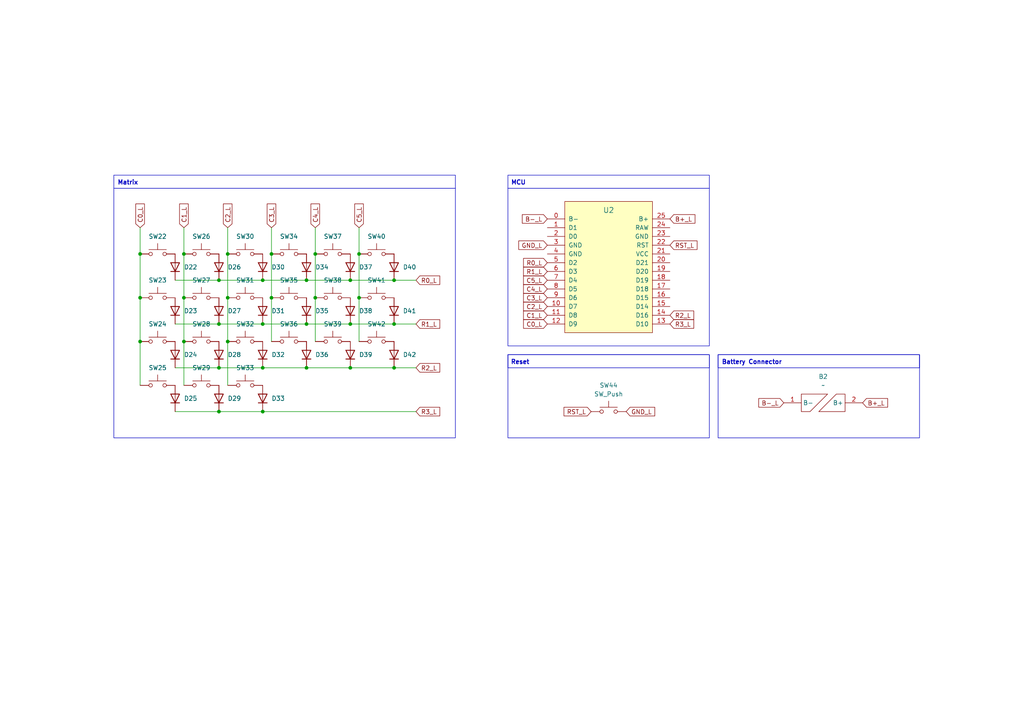
<source format=kicad_sch>
(kicad_sch (version 20250114) (generator "eeschema") (generator_version "9.0")
  (paper "A4")
  (lib_symbols
    (symbol "Switch:SW_Push" (pin_numbers (hide yes)) (pin_names (offset 1.016) (hide yes))
      (property "Reference" "SW" (at 1.27 2.54 0))
      (property "Value" "SW_Push" (at 0 -1.524 0))
      (symbol "SW_Push_0_1"
        (circle (center -2.032 0) (radius 0.508))
        (polyline (pts (xy 0 1.27) (xy 0 3.048)))
        (circle (center 2.032 0) (radius 0.508))
        (polyline (pts (xy 2.54 1.27) (xy -2.54 1.27)))
        (pin passive line (at -5.08 0 0) (length 2.54) (name "1") (number "1"))
        (pin passive line (at 5.08 0 180) (length 2.54) (name "2") (number "2"))
      )
    )
    (symbol "inpulib:BAT"
      (property "Reference" "B" (at 0 -4.064 0))
      (symbol "BAT_0_1"
        (polyline (pts (xy -1.27 -2.54) (xy 6.35 -2.54) (xy 6.35 2.54) (xy 3.81 2.54) (xy -1.27 -2.54)))
        (polyline (pts (xy 1.27 2.54) (xy -6.35 2.54) (xy -6.35 -2.54) (xy -3.81 -2.54) (xy 1.27 2.54)))
      )
      (symbol "BAT_1_1"
        (pin power_in line (at -11.43 0 0) (length 5.08) (name "B-") (number "1"))
        (pin power_out line (at 11.43 0 180) (length 5.08) (name "B+") (number "2"))
      )
    )
    (symbol "inpulib:D_1N4448W" (pin_numbers (hide yes)) (pin_names (hide yes))
      (property "Reference" "D" (at 0 2.54 0))
      (symbol "D_1N4448W_0_1"
        (polyline (pts (xy -1.27 1.27) (xy -1.27 -1.27)) (stroke (width 0.254)))
        (polyline (pts (xy 1.27 1.27) (xy 1.27 -1.27) (xy -1.27 0) (xy 1.27 1.27)) (stroke (width 0.254)))
        (polyline (pts (xy 1.27 0) (xy -1.27 0)))
      )
      (symbol "D_1N4448W_1_1"
        (pin passive line (at -3.81 0 0) (length 2.54) (name "K") (number "1"))
        (pin passive line (at 3.81 0 180) (length 2.54) (name "A") (number "2"))
      )
    )
    (symbol "inpulib:SW_Push" (pin_numbers (hide yes)) (pin_names (offset 1.016) (hide yes))
      (property "Reference" "SW" (at 1.27 2.54 0))
      (symbol "SW_Push_0_1"
        (circle (center -2.032 0) (radius 0.508))
        (polyline (pts (xy 0 1.27) (xy 0 3.048)))
        (circle (center 2.032 0) (radius 0.508))
        (polyline (pts (xy 2.54 1.27) (xy -2.54 1.27)))
        (pin passive line (at -5.08 0 0) (length 2.54) (name "1") (number "1"))
        (pin passive line (at 5.08 0 180) (length 2.54) (name "2") (number "2"))
      )
    )
    (symbol "inpulib:U_ProMicro_nRF52840" (pin_names (offset 1.016))
      (property "Reference" "U" (at 0 19.304 0))
      (symbol "U_ProMicro_nRF52840_1_1"
        (rectangle (start -12.7 21.59) (end 12.7 -16.51) (fill (type background)))
        (pin power_in line (at -17.78 16.51 0) (length 5.08) (name "B-") (number "0"))
        (pin bidirectional line (at -17.78 13.97 0) (length 5.08) (name "D1") (number "1"))
        (pin bidirectional line (at -17.78 11.43 0) (length 5.08) (name "D0") (number "2"))
        (pin power_in line (at -17.78 8.89 0) (length 5.08) (name "GND") (number "3"))
        (pin power_in line (at -17.78 6.35 0) (length 5.08) (name "GND") (number "4"))
        (pin bidirectional line (at -17.78 3.81 0) (length 5.08) (name "D2") (number "5"))
        (pin bidirectional line (at -17.78 1.27 0) (length 5.08) (name "D3") (number "6"))
        (pin bidirectional line (at -17.78 -1.27 0) (length 5.08) (name "D4") (number "7"))
        (pin bidirectional line (at -17.78 -3.81 0) (length 5.08) (name "D5") (number "8"))
        (pin bidirectional line (at -17.78 -6.35 0) (length 5.08) (name "D6") (number "9"))
        (pin bidirectional line (at -17.78 -8.89 0) (length 5.08) (name "D7") (number "10"))
        (pin bidirectional line (at -17.78 -11.43 0) (length 5.08) (name "D8") (number "11"))
        (pin bidirectional line (at -17.78 -13.97 0) (length 5.08) (name "D9") (number "12"))
        (pin power_out line (at 17.78 16.51 180) (length 5.08) (name "B+") (number "25"))
        (pin power_out line (at 17.78 13.97 180) (length 5.08) (name "RAW") (number "24"))
        (pin power_in line (at 17.78 11.43 180) (length 5.08) (name "GND") (number "23"))
        (pin input line (at 17.78 8.89 180) (length 5.08) (name "RST") (number "22"))
        (pin power_in line (at 17.78 6.35 180) (length 5.08) (name "VCC") (number "21"))
        (pin bidirectional line (at 17.78 3.81 180) (length 5.08) (name "D21") (number "20"))
        (pin bidirectional line (at 17.78 1.27 180) (length 5.08) (name "D20") (number "19"))
        (pin bidirectional line (at 17.78 -1.27 180) (length 5.08) (name "D19") (number "18"))
        (pin bidirectional line (at 17.78 -3.81 180) (length 5.08) (name "D18") (number "17"))
        (pin bidirectional line (at 17.78 -6.35 180) (length 5.08) (name "D15") (number "16"))
        (pin bidirectional line (at 17.78 -8.89 180) (length 5.08) (name "D14") (number "15"))
        (pin bidirectional line (at 17.78 -11.43 180) (length 5.08) (name "D16") (number "14"))
        (pin bidirectional line (at 17.78 -13.97 180) (length 5.08) (name "D10") (number "13"))
      )
    )
  )
  (rectangle (start 147.32 54.61) (end 205.74 100.33))
  (rectangle (start 147.32 102.87) (end 205.74 106.68))
  (rectangle (start 208.28 102.87) (end 266.7 106.68))
  (rectangle (start 208.28 102.87) (end 266.7 127))
  (rectangle (start 147.32 50.8) (end 205.74 54.61))
  (rectangle (start 147.32 102.87) (end 205.74 127))
  (rectangle (start 33.02 54.61) (end 132.08 127))
  (rectangle (start 33.02 50.8) (end 132.08 54.61))
  (text "Reset" (at 150.876 105.156 0) (effects (font (size 1.27 1.27) (thickness 0.254))))
  (text "Matrix" (at 37.084 53.086 0) (effects (font (size 1.27 1.27) (thickness 0.254))))
  (text "Battery Connector\n" (at 209.296 105.156 0) (effects (font (size 1.27 1.27) (thickness 0.254)) (justify left)))
  (text "MCU" (at 150.368 53.086 0) (effects (font (size 1.27 1.27) (thickness 0.254))))
  (junction (at 66.04 73.66))
  (junction (at 53.34 73.66))
  (junction (at 88.9 106.68))
  (junction (at 104.14 86.36))
  (junction (at 76.2 93.98))
  (junction (at 78.74 86.36))
  (junction (at 101.6 106.68))
  (junction (at 88.9 93.98))
  (junction (at 63.5 119.38))
  (junction (at 53.34 86.36))
  (junction (at 91.44 73.66))
  (junction (at 63.5 81.28))
  (junction (at 114.3 106.68))
  (junction (at 66.04 99.06))
  (junction (at 76.2 106.68))
  (junction (at 91.44 86.36))
  (junction (at 40.64 99.06))
  (junction (at 114.3 93.98))
  (junction (at 76.2 119.38))
  (junction (at 63.5 93.98))
  (junction (at 66.04 86.36))
  (junction (at 40.64 73.66))
  (junction (at 88.9 81.28))
  (junction (at 78.74 73.66))
  (junction (at 101.6 81.28))
  (junction (at 101.6 93.98))
  (junction (at 114.3 81.28))
  (junction (at 40.64 86.36))
  (junction (at 63.5 106.68))
  (junction (at 104.14 73.66))
  (junction (at 53.34 99.06))
  (junction (at 76.2 81.28))
  (wire (pts (xy 101.6 81.28) (xy 114.3 81.28)))
  (wire (pts (xy 40.64 86.36) (xy 40.64 99.06)))
  (wire (pts (xy 76.2 81.28) (xy 88.9 81.28)))
  (wire (pts (xy 101.6 93.98) (xy 114.3 93.98)))
  (wire (pts (xy 114.3 81.28) (xy 120.65 81.28)))
  (wire (pts (xy 88.9 81.28) (xy 101.6 81.28)))
  (wire (pts (xy 40.64 66.04) (xy 40.64 73.66)))
  (wire (pts (xy 114.3 93.98) (xy 120.65 93.98)))
  (wire (pts (xy 66.04 66.04) (xy 66.04 73.66)))
  (wire (pts (xy 101.6 106.68) (xy 114.3 106.68)))
  (wire (pts (xy 63.5 106.68) (xy 76.2 106.68)))
  (wire (pts (xy 88.9 93.98) (xy 101.6 93.98)))
  (wire (pts (xy 53.34 73.66) (xy 53.34 86.36)))
  (wire (pts (xy 53.34 66.04) (xy 53.34 73.66)))
  (wire (pts (xy 53.34 86.36) (xy 53.34 99.06)))
  (wire (pts (xy 50.8 93.98) (xy 63.5 93.98)))
  (wire (pts (xy 76.2 93.98) (xy 88.9 93.98)))
  (wire (pts (xy 40.64 99.06) (xy 40.64 111.76)))
  (wire (pts (xy 50.8 119.38) (xy 63.5 119.38)))
  (wire (pts (xy 63.5 93.98) (xy 76.2 93.98)))
  (wire (pts (xy 91.44 66.04) (xy 91.44 73.66)))
  (wire (pts (xy 104.14 73.66) (xy 104.14 86.36)))
  (wire (pts (xy 91.44 86.36) (xy 91.44 99.06)))
  (wire (pts (xy 66.04 73.66) (xy 66.04 86.36)))
  (wire (pts (xy 40.64 73.66) (xy 40.64 86.36)))
  (wire (pts (xy 53.34 99.06) (xy 53.34 111.76)))
  (wire (pts (xy 76.2 106.68) (xy 88.9 106.68)))
  (wire (pts (xy 88.9 106.68) (xy 101.6 106.68)))
  (wire (pts (xy 76.2 119.38) (xy 120.65 119.38)))
  (wire (pts (xy 104.14 66.04) (xy 104.14 73.66)))
  (wire (pts (xy 78.74 66.04) (xy 78.74 73.66)))
  (wire (pts (xy 104.14 86.36) (xy 104.14 99.06)))
  (wire (pts (xy 78.74 86.36) (xy 78.74 99.06)))
  (wire (pts (xy 63.5 81.28) (xy 76.2 81.28)))
  (wire (pts (xy 50.8 106.68) (xy 63.5 106.68)))
  (wire (pts (xy 66.04 99.06) (xy 66.04 111.76)))
  (wire (pts (xy 78.74 73.66) (xy 78.74 86.36)))
  (wire (pts (xy 91.44 73.66) (xy 91.44 86.36)))
  (wire (pts (xy 50.8 81.28) (xy 63.5 81.28)))
  (wire (pts (xy 66.04 86.36) (xy 66.04 99.06)))
  (wire (pts (xy 114.3 106.68) (xy 120.65 106.68)))
  (wire (pts (xy 63.5 119.38) (xy 76.2 119.38)))
  (global_label "R0_L" (shape input) (at 120.65 81.28 0) (property "Intersheetrefs" "${INTERSHEET_REFS}" (effects (hide yes))))
  (global_label "R1_L" (shape input) (at 120.65 93.98 0) (property "Intersheetrefs" "${INTERSHEET_REFS}" (effects (hide yes))))
  (global_label "C3_L" (shape input) (at 78.74 66.04 90) (property "Intersheetrefs" "${INTERSHEET_REFS}" (effects (hide yes))))
  (global_label "R2_L" (shape input) (at 120.65 106.68 0) (property "Intersheetrefs" "${INTERSHEET_REFS}" (effects (hide yes))))
  (global_label "C1_L" (shape input) (at 53.34 66.04 90) (property "Intersheetrefs" "${INTERSHEET_REFS}" (effects (hide yes))))
  (global_label "GND_L" (shape input) (at 158.75 71.12 180) (property "Intersheetrefs" "${INTERSHEET_REFS}" (effects (hide yes))))
  (global_label "R3_L" (shape input) (at 120.65 119.38 0) (property "Intersheetrefs" "${INTERSHEET_REFS}" (effects (hide yes))))
  (global_label "RST_L" (shape input) (at 171.45 119.38 180) (property "Intersheetrefs" "${INTERSHEET_REFS}" (effects (hide yes))))
  (global_label "B+_L" (shape input) (at 194.31 63.5 0) (property "Intersheetrefs" "${INTERSHEET_REFS}" (effects (hide yes))))
  (global_label "RST_L" (shape input) (at 194.31 71.12 0) (property "Intersheetrefs" "${INTERSHEET_REFS}" (effects (hide yes))))
  (global_label "GND_L" (shape input) (at 181.61 119.38 0) (property "Intersheetrefs" "${INTERSHEET_REFS}" (effects (hide yes))))
  (global_label "C5_L" (shape input) (at 158.75 81.28 180) (property "Intersheetrefs" "${INTERSHEET_REFS}" (effects (hide yes))))
  (global_label "R3_L" (shape input) (at 194.31 93.98 0) (property "Intersheetrefs" "${INTERSHEET_REFS}" (effects (hide yes))))
  (global_label "B-_L" (shape input) (at 227.33 116.84 180) (property "Intersheetrefs" "${INTERSHEET_REFS}" (effects (hide yes))))
  (global_label "C0_L" (shape input) (at 40.64 66.04 90) (property "Intersheetrefs" "${INTERSHEET_REFS}" (effects (hide yes))))
  (global_label "B-_L" (shape input) (at 158.75 63.5 180) (property "Intersheetrefs" "${INTERSHEET_REFS}" (effects (hide yes))))
  (global_label "C0_L" (shape input) (at 158.75 93.98 180) (property "Intersheetrefs" "${INTERSHEET_REFS}" (effects (hide yes))))
  (global_label "C4_L" (shape input) (at 158.75 83.82 180) (property "Intersheetrefs" "${INTERSHEET_REFS}" (effects (hide yes))))
  (global_label "R0_L" (shape input) (at 158.75 76.2 180) (property "Intersheetrefs" "${INTERSHEET_REFS}" (effects (hide yes))))
  (global_label "C5_L" (shape input) (at 104.14 66.04 90) (property "Intersheetrefs" "${INTERSHEET_REFS}" (effects (hide yes))))
  (global_label "C4_L" (shape input) (at 91.44 66.04 90) (property "Intersheetrefs" "${INTERSHEET_REFS}" (effects (hide yes))))
  (global_label "B+_L" (shape input) (at 250.19 116.84 0) (property "Intersheetrefs" "${INTERSHEET_REFS}" (effects (hide yes))))
  (global_label "C3_L" (shape input) (at 158.75 86.36 180) (property "Intersheetrefs" "${INTERSHEET_REFS}" (effects (hide yes))))
  (global_label "R2_L" (shape input) (at 194.31 91.44 0) (property "Intersheetrefs" "${INTERSHEET_REFS}" (effects (hide yes))))
  (global_label "R1_L" (shape input) (at 158.75 78.74 180) (property "Intersheetrefs" "${INTERSHEET_REFS}" (effects (hide yes))))
  (global_label "C1_L" (shape input) (at 158.75 91.44 180) (property "Intersheetrefs" "${INTERSHEET_REFS}" (effects (hide yes))))
  (global_label "C2_L" (shape input) (at 66.04 66.04 90) (property "Intersheetrefs" "${INTERSHEET_REFS}" (effects (hide yes))))
  (global_label "C2_L" (shape input) (at 158.75 88.9 180) (property "Intersheetrefs" "${INTERSHEET_REFS}" (effects (hide yes))))
  (symbol (lib_id "inpulib:D_1N4448W") (at 101.6 90.17 90) (unit 1)
    (property "Reference" "D38" (at 104.14 90.1699 90) (effects (justify right)))
    (property "Footprint" "Library:D_SOD-323_Increased" (effects (hide yes)))
    (property "Description" "High-speed switching diode 1N4448W, SOD-123 package, SMD, 100 V, 0.15 A" (effects (hide yes)))
  )
  (symbol (lib_id "inpulib:SW_Push") (at 83.82 99.06 0) (unit 1)
    (property "Reference" "SW36" (at 83.82 93.98 0))
    (property "Footprint" "switches:SW_Choc_V1V2_HS" (effects (hide yes)))
    (property "Description" "Momentary push button, 2 pins" (effects (hide yes)))
  )
  (symbol (lib_id "inpulib:SW_Push") (at 96.52 86.36 0) (unit 1)
    (property "Reference" "SW38" (at 96.52 81.28 0))
    (property "Footprint" "switches:SW_Choc_V1V2_HS" (effects (hide yes)))
    (property "Description" "Momentary push button, 2 pins" (effects (hide yes)))
  )
  (symbol (lib_id "inpulib:D_1N4448W") (at 114.3 90.17 90) (unit 1)
    (property "Reference" "D41" (at 116.84 90.1699 90) (effects (justify right)))
    (property "Footprint" "Library:D_SOD-323_Increased" (effects (hide yes)))
    (property "Description" "High-speed switching diode 1N4448W, SOD-123 package, SMD, 100 V, 0.15 A" (effects (hide yes)))
  )
  (symbol (lib_id "inpulib:SW_Push") (at 71.12 111.76 0) (unit 1)
    (property "Reference" "SW33" (at 71.12 106.68 0))
    (property "Footprint" "switches:SW_Choc_V1V2_HS" (effects (hide yes)))
    (property "Description" "Momentary push button, 2 pins" (effects (hide yes)))
  )
  (symbol (lib_id "inpulib:SW_Push") (at 58.42 111.76 0) (unit 1)
    (property "Reference" "SW29" (at 58.42 106.68 0))
    (property "Footprint" "switches:SW_Choc_V1V2_HS" (effects (hide yes)))
    (property "Description" "Momentary push button, 2 pins" (effects (hide yes)))
  )
  (symbol (lib_id "inpulib:SW_Push") (at 83.82 73.66 0) (unit 1)
    (property "Reference" "SW34" (at 83.82 68.58 0))
    (property "Footprint" "switches:SW_Choc_V1V2_HS" (effects (hide yes)))
    (property "Description" "Momentary push button, 2 pins" (effects (hide yes)))
  )
  (symbol (lib_id "inpulib:D_1N4448W") (at 50.8 102.87 90) (unit 1)
    (property "Reference" "D24" (at 53.34 102.8699 90) (effects (justify right)))
    (property "Footprint" "Library:D_SOD-323_Increased" (effects (hide yes)))
    (property "Description" "High-speed switching diode 1N4448W, SOD-123 package, SMD, 100 V, 0.15 A" (effects (hide yes)))
  )
  (symbol (lib_id "inpulib:SW_Push") (at 58.42 86.36 0) (unit 1)
    (property "Reference" "SW27" (at 58.42 81.28 0))
    (property "Footprint" "switches:SW_Choc_V1V2_HS" (effects (hide yes)))
    (property "Description" "Momentary push button, 2 pins" (effects (hide yes)))
  )
  (symbol (lib_id "inpulib:SW_Push") (at 96.52 73.66 0) (unit 1)
    (property "Reference" "SW37" (at 96.52 68.58 0))
    (property "Footprint" "switches:SW_Choc_V1V2_HS" (effects (hide yes)))
    (property "Description" "Momentary push button, 2 pins" (effects (hide yes)))
  )
  (symbol (lib_id "inpulib:BAT") (at 238.76 116.84 0) (unit 1)
    (property "Reference" "B2" (at 238.76 109.22 0))
    (property "Value" "~" (at 238.76 111.76 0))
    (property "Footprint" "connectors:BAT_RECT" (effects (hide yes)))
  )
  (symbol (lib_id "inpulib:D_1N4448W") (at 63.5 90.17 90) (unit 1)
    (property "Reference" "D27" (at 66.04 90.1699 90) (effects (justify right)))
    (property "Footprint" "Library:D_SOD-323_Increased" (effects (hide yes)))
    (property "Description" "High-speed switching diode 1N4448W, SOD-123 package, SMD, 100 V, 0.15 A" (effects (hide yes)))
  )
  (symbol (lib_id "inpulib:SW_Push") (at 58.42 99.06 0) (unit 1)
    (property "Reference" "SW28" (at 58.42 93.98 0))
    (property "Footprint" "switches:SW_Choc_V1V2_HS" (effects (hide yes)))
    (property "Description" "Momentary push button, 2 pins" (effects (hide yes)))
  )
  (symbol (lib_id "inpulib:SW_Push") (at 45.72 111.76 0) (unit 1)
    (property "Reference" "SW25" (at 45.72 106.68 0))
    (property "Footprint" "switches:SW_Choc_V1V2_HS" (effects (hide yes)))
    (property "Description" "Momentary push button, 2 pins" (effects (hide yes)))
  )
  (symbol (lib_id "inpulib:SW_Push") (at 71.12 99.06 0) (unit 1)
    (property "Reference" "SW32" (at 71.12 93.98 0))
    (property "Footprint" "switches:SW_Choc_V1V2_HS" (effects (hide yes)))
    (property "Description" "Momentary push button, 2 pins" (effects (hide yes)))
  )
  (symbol (lib_id "inpulib:SW_Push") (at 71.12 86.36 0) (unit 1)
    (property "Reference" "SW31" (at 71.12 81.28 0))
    (property "Footprint" "switches:SW_Choc_V1V2_HS" (effects (hide yes)))
    (property "Description" "Momentary push button, 2 pins" (effects (hide yes)))
  )
  (symbol (lib_id "inpulib:U_ProMicro_nRF52840") (at 176.53 80.01 0) (unit 1)
    (property "Reference" "U2" (at 176.53 60.96 0) (effects (font (size 1.524 1.524))))
    (property "Footprint" "mcu:U_ProMicro_nRF52840_MidMount" (effects (hide yes)))
    (property "Description" "Pro Micro nRF52840 microcontroller board symbol" (effects (hide yes)))
  )
  (symbol (lib_id "inpulib:SW_Push") (at 71.12 73.66 0) (unit 1)
    (property "Reference" "SW30" (at 71.12 68.58 0))
    (property "Footprint" "switches:SW_Choc_V1V2_HS" (effects (hide yes)))
    (property "Description" "Momentary push button, 2 pins" (effects (hide yes)))
  )
  (symbol (lib_id "inpulib:D_1N4448W") (at 101.6 102.87 90) (unit 1)
    (property "Reference" "D39" (at 104.14 102.8699 90) (effects (justify right)))
    (property "Footprint" "Library:D_SOD-323_Increased" (effects (hide yes)))
    (property "Description" "High-speed switching diode 1N4448W, SOD-123 package, SMD, 100 V, 0.15 A" (effects (hide yes)))
  )
  (symbol (lib_id "inpulib:D_1N4448W") (at 114.3 102.87 90) (unit 1)
    (property "Reference" "D42" (at 116.84 102.8699 90) (effects (justify right)))
    (property "Footprint" "Library:D_SOD-323_Increased" (effects (hide yes)))
    (property "Description" "High-speed switching diode 1N4448W, SOD-123 package, SMD, 100 V, 0.15 A" (effects (hide yes)))
  )
  (symbol (lib_id "inpulib:D_1N4448W") (at 88.9 77.47 90) (unit 1)
    (property "Reference" "D34" (at 91.44 77.4699 90) (effects (justify right)))
    (property "Footprint" "Library:D_SOD-323_Increased" (effects (hide yes)))
    (property "Description" "High-speed switching diode 1N4448W, SOD-123 package, SMD, 100 V, 0.15 A" (effects (hide yes)))
  )
  (symbol (lib_id "inpulib:SW_Push") (at 45.72 99.06 0) (unit 1)
    (property "Reference" "SW24" (at 45.72 93.98 0))
    (property "Footprint" "switches:SW_Choc_V1V2_HS" (effects (hide yes)))
    (property "Description" "Momentary push button, 2 pins" (effects (hide yes)))
  )
  (symbol (lib_id "inpulib:SW_Push") (at 109.22 86.36 0) (unit 1)
    (property "Reference" "SW41" (at 109.22 81.28 0))
    (property "Footprint" "switches:SW_Choc_V1V2_HS" (effects (hide yes)))
    (property "Description" "Momentary push button, 2 pins" (effects (hide yes)))
  )
  (symbol (lib_id "inpulib:D_1N4448W") (at 76.2 115.57 90) (unit 1)
    (property "Reference" "D33" (at 78.74 115.5699 90) (effects (justify right)))
    (property "Footprint" "Library:D_SOD-323_Increased" (effects (hide yes)))
    (property "Description" "High-speed switching diode 1N4448W, SOD-123 package, SMD, 100 V, 0.15 A" (effects (hide yes)))
  )
  (symbol (lib_id "inpulib:D_1N4448W") (at 50.8 90.17 90) (unit 1)
    (property "Reference" "D23" (at 53.34 90.1699 90) (effects (justify right)))
    (property "Footprint" "Library:D_SOD-323_Increased" (effects (hide yes)))
    (property "Description" "High-speed switching diode 1N4448W, SOD-123 package, SMD, 100 V, 0.15 A" (effects (hide yes)))
  )
  (symbol (lib_id "inpulib:D_1N4448W") (at 63.5 115.57 90) (unit 1)
    (property "Reference" "D29" (at 66.04 115.5699 90) (effects (justify right)))
    (property "Footprint" "Library:D_SOD-323_Increased" (effects (hide yes)))
    (property "Description" "High-speed switching diode 1N4448W, SOD-123 package, SMD, 100 V, 0.15 A" (effects (hide yes)))
  )
  (symbol (lib_id "inpulib:SW_Push") (at 45.72 86.36 0) (unit 1)
    (property "Reference" "SW23" (at 45.72 81.28 0))
    (property "Footprint" "switches:SW_Choc_V1V2_HS" (effects (hide yes)))
    (property "Description" "Momentary push button, 2 pins" (effects (hide yes)))
  )
  (symbol (lib_id "inpulib:D_1N4448W") (at 50.8 77.47 90) (unit 1)
    (property "Reference" "D22" (at 53.34 77.4699 90) (effects (justify right)))
    (property "Footprint" "Library:D_SOD-323_Increased" (effects (hide yes)))
    (property "Description" "High-speed switching diode 1N4448W, SOD-123 package, SMD, 100 V, 0.15 A" (effects (hide yes)))
  )
  (symbol (lib_id "inpulib:SW_Push") (at 58.42 73.66 0) (unit 1)
    (property "Reference" "SW26" (at 58.42 68.58 0))
    (property "Footprint" "switches:SW_Choc_V1V2_HS" (effects (hide yes)))
    (property "Description" "Momentary push button, 2 pins" (effects (hide yes)))
  )
  (symbol (lib_id "Switch:SW_Push") (at 176.53 119.38 0) (unit 1)
    (property "Reference" "SW44" (at 176.53 111.76 0))
    (property "Value" "SW_Push" (at 176.53 114.3 0))
    (property "Footprint" "buttons:SW_SMD_5x5" (effects (hide yes)))
    (property "Description" "Push button switch, generic, two pins" (effects (hide yes)))
  )
  (symbol (lib_id "inpulib:D_1N4448W") (at 63.5 102.87 90) (unit 1)
    (property "Reference" "D28" (at 66.04 102.8699 90) (effects (justify right)))
    (property "Footprint" "Library:D_SOD-323_Increased" (effects (hide yes)))
    (property "Description" "High-speed switching diode 1N4448W, SOD-123 package, SMD, 100 V, 0.15 A" (effects (hide yes)))
  )
  (symbol (lib_id "inpulib:D_1N4448W") (at 76.2 102.87 90) (unit 1)
    (property "Reference" "D32" (at 78.74 102.8699 90) (effects (justify right)))
    (property "Footprint" "Library:D_SOD-323_Increased" (effects (hide yes)))
    (property "Description" "High-speed switching diode 1N4448W, SOD-123 package, SMD, 100 V, 0.15 A" (effects (hide yes)))
  )
  (symbol (lib_id "inpulib:D_1N4448W") (at 63.5 77.47 90) (unit 1)
    (property "Reference" "D26" (at 66.04 77.4699 90) (effects (justify right)))
    (property "Footprint" "Library:D_SOD-323_Increased" (effects (hide yes)))
    (property "Description" "High-speed switching diode 1N4448W, SOD-123 package, SMD, 100 V, 0.15 A" (effects (hide yes)))
  )
  (symbol (lib_id "inpulib:SW_Push") (at 45.72 73.66 0) (unit 1)
    (property "Reference" "SW22" (at 45.72 68.58 0))
    (property "Footprint" "switches:SW_Choc_V1V2_HS" (effects (hide yes)))
    (property "Description" "Momentary push button, 2 pins" (effects (hide yes)))
  )
  (symbol (lib_id "inpulib:D_1N4448W") (at 88.9 102.87 90) (unit 1)
    (property "Reference" "D36" (at 91.44 102.8699 90) (effects (justify right)))
    (property "Footprint" "Library:D_SOD-323_Increased" (effects (hide yes)))
    (property "Description" "High-speed switching diode 1N4448W, SOD-123 package, SMD, 100 V, 0.15 A" (effects (hide yes)))
  )
  (symbol (lib_id "inpulib:D_1N4448W") (at 88.9 90.17 90) (unit 1)
    (property "Reference" "D35" (at 91.44 90.1699 90) (effects (justify right)))
    (property "Footprint" "Library:D_SOD-323_Increased" (effects (hide yes)))
    (property "Description" "High-speed switching diode 1N4448W, SOD-123 package, SMD, 100 V, 0.15 A" (effects (hide yes)))
  )
  (symbol (lib_id "inpulib:D_1N4448W") (at 76.2 77.47 90) (unit 1)
    (property "Reference" "D30" (at 78.74 77.4699 90) (effects (justify right)))
    (property "Footprint" "Library:D_SOD-323_Increased" (effects (hide yes)))
    (property "Description" "High-speed switching diode 1N4448W, SOD-123 package, SMD, 100 V, 0.15 A" (effects (hide yes)))
  )
  (symbol (lib_id "inpulib:SW_Push") (at 109.22 99.06 0) (unit 1)
    (property "Reference" "SW42" (at 109.22 93.98 0))
    (property "Footprint" "switches:SW_Choc_V1V2_HS" (effects (hide yes)))
    (property "Description" "Momentary push button, 2 pins" (effects (hide yes)))
  )
  (symbol (lib_id "inpulib:SW_Push") (at 96.52 99.06 0) (unit 1)
    (property "Reference" "SW39" (at 96.52 93.98 0))
    (property "Footprint" "switches:SW_Choc_V1V2_HS" (effects (hide yes)))
    (property "Description" "Momentary push button, 2 pins" (effects (hide yes)))
  )
  (symbol (lib_id "inpulib:D_1N4448W") (at 114.3 77.47 90) (unit 1)
    (property "Reference" "D40" (at 116.84 77.4699 90) (effects (justify right)))
    (property "Footprint" "Library:D_SOD-323_Increased" (effects (hide yes)))
    (property "Description" "High-speed switching diode 1N4448W, SOD-123 package, SMD, 100 V, 0.15 A" (effects (hide yes)))
  )
  (symbol (lib_id "inpulib:D_1N4448W") (at 76.2 90.17 90) (unit 1)
    (property "Reference" "D31" (at 78.74 90.1699 90) (effects (justify right)))
    (property "Footprint" "Library:D_SOD-323_Increased" (effects (hide yes)))
    (property "Description" "High-speed switching diode 1N4448W, SOD-123 package, SMD, 100 V, 0.15 A" (effects (hide yes)))
  )
  (symbol (lib_id "inpulib:D_1N4448W") (at 101.6 77.47 90) (unit 1)
    (property "Reference" "D37" (at 104.14 77.4699 90) (effects (justify right)))
    (property "Footprint" "Library:D_SOD-323_Increased" (effects (hide yes)))
    (property "Description" "High-speed switching diode 1N4448W, SOD-123 package, SMD, 100 V, 0.15 A" (effects (hide yes)))
  )
  (symbol (lib_id "inpulib:SW_Push") (at 83.82 86.36 0) (unit 1)
    (property "Reference" "SW35" (at 83.82 81.28 0))
    (property "Footprint" "switches:SW_Choc_V1V2_HS" (effects (hide yes)))
    (property "Description" "Momentary push button, 2 pins" (effects (hide yes)))
  )
  (symbol (lib_id "inpulib:SW_Push") (at 109.22 73.66 0) (unit 1)
    (property "Reference" "SW40" (at 109.22 68.58 0))
    (property "Footprint" "switches:SW_Choc_V1V2_HS" (effects (hide yes)))
    (property "Description" "Momentary push button, 2 pins" (effects (hide yes)))
  )
  (symbol (lib_id "inpulib:D_1N4448W") (at 50.8 115.57 90) (unit 1)
    (property "Reference" "D25" (at 53.34 115.5699 90) (effects (justify right)))
    (property "Footprint" "Library:D_SOD-323_Increased" (effects (hide yes)))
    (property "Description" "High-speed switching diode 1N4448W, SOD-123 package, SMD, 100 V, 0.15 A" (effects (hide yes)))
  )
)
</source>
